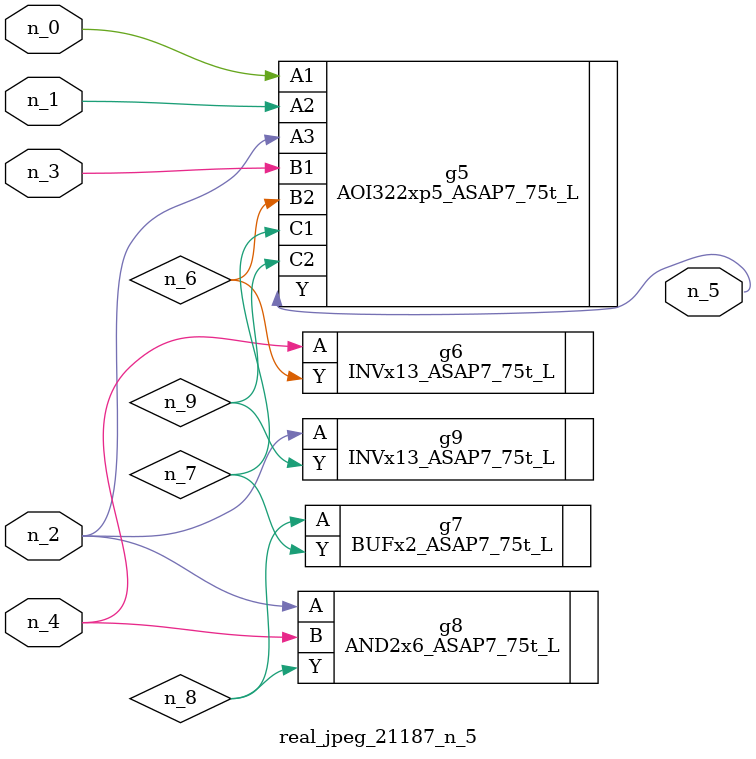
<source format=v>
module real_jpeg_21187_n_5 (n_4, n_0, n_1, n_2, n_3, n_5);

input n_4;
input n_0;
input n_1;
input n_2;
input n_3;

output n_5;

wire n_8;
wire n_6;
wire n_7;
wire n_9;

AOI322xp5_ASAP7_75t_L g5 ( 
.A1(n_0),
.A2(n_1),
.A3(n_2),
.B1(n_3),
.B2(n_6),
.C1(n_7),
.C2(n_9),
.Y(n_5)
);

AND2x6_ASAP7_75t_L g8 ( 
.A(n_2),
.B(n_4),
.Y(n_8)
);

INVx13_ASAP7_75t_L g9 ( 
.A(n_2),
.Y(n_9)
);

INVx13_ASAP7_75t_L g6 ( 
.A(n_4),
.Y(n_6)
);

BUFx2_ASAP7_75t_L g7 ( 
.A(n_8),
.Y(n_7)
);


endmodule
</source>
